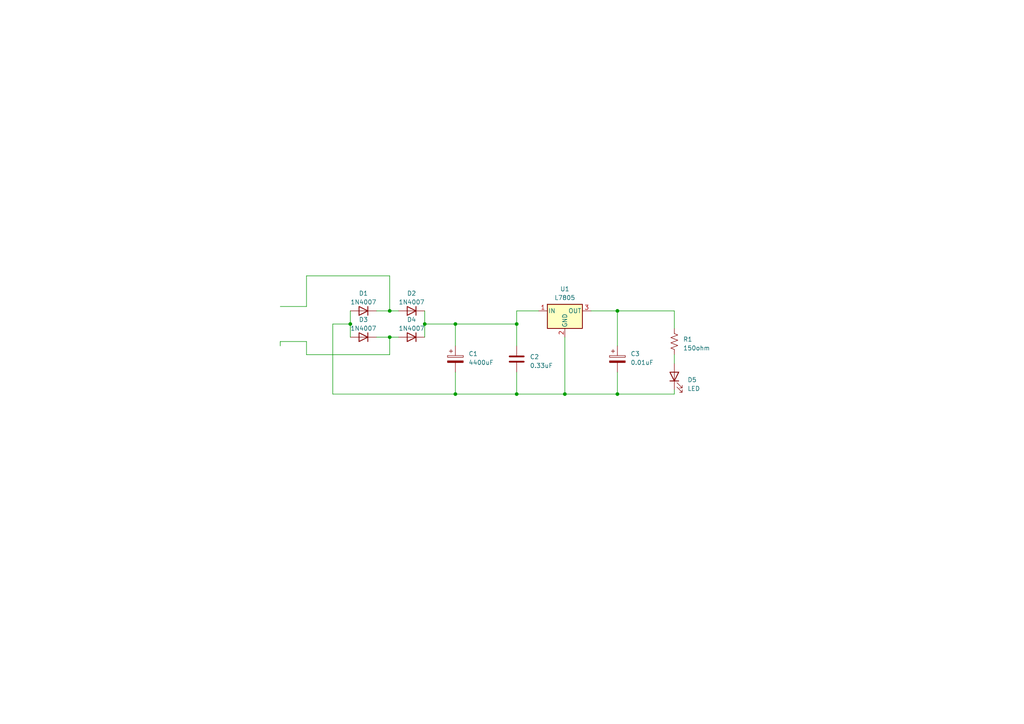
<source format=kicad_sch>
(kicad_sch (version 20231120) (generator "eeschema") (generator_version "8.0")
  (paper "A4")
  (lib_symbols
    (symbol "Device:C" (pin_numbers hide) (pin_names (offset 0.254))
      (property "Reference" "C" (at 0.635 2.54 0))
      (property "Value" "C" (at 0.635 -2.54 0))
      (symbol "C_0_1"
        (polyline (pts (xy -2.032 -0.762) (xy 2.032 -0.762)) (stroke (width 0.508)))
        (polyline (pts (xy -2.032 0.762) (xy 2.032 0.762)) (stroke (width 0.508)))
      )
      (symbol "C_1_1"
        (pin passive line (at 0 3.81 270) (length 2.794) (name "~") (number "1"))
        (pin passive line (at 0 -3.81 90) (length 2.794) (name "~") (number "2"))
      )
    )
    (symbol "Device:C_Polarized" (pin_numbers hide) (pin_names (offset 0.254))
      (property "Reference" "C" (at 0.635 2.54 0))
      (property "Value" "C_Polarized" (at 0.635 -2.54 0))
      (symbol "C_Polarized_0_1"
        (rectangle (start -2.286 0.508) (end 2.286 1.016))
        (polyline (pts (xy -1.778 2.286) (xy -0.762 2.286)))
        (polyline (pts (xy -1.27 2.794) (xy -1.27 1.778)))
        (rectangle (start 2.286 -0.508) (end -2.286 -1.016) (fill (type outline)))
      )
      (symbol "C_Polarized_1_1"
        (pin passive line (at 0 3.81 270) (length 2.794) (name "~") (number "1"))
        (pin passive line (at 0 -3.81 90) (length 2.794) (name "~") (number "2"))
      )
    )
    (symbol "Device:LED" (pin_numbers hide) (pin_names (offset 1.016) hide)
      (property "Reference" "D" (at 0 2.54 0))
      (property "Value" "LED" (at 0 -2.54 0))
      (symbol "LED_0_1"
        (polyline (pts (xy -1.27 -1.27) (xy -1.27 1.27)) (stroke (width 0.254)))
        (polyline (pts (xy -1.27 0) (xy 1.27 0)))
        (polyline (pts (xy 1.27 -1.27) (xy 1.27 1.27) (xy -1.27 0) (xy 1.27 -1.27)) (stroke (width 0.254)))
        (polyline (pts (xy -3.048 -0.762) (xy -4.572 -2.286) (xy -3.81 -2.286) (xy -4.572 -2.286) (xy -4.572 -1.524)))
        (polyline (pts (xy -1.778 -0.762) (xy -3.302 -2.286) (xy -2.54 -2.286) (xy -3.302 -2.286) (xy -3.302 -1.524)))
      )
      (symbol "LED_1_1"
        (pin passive line (at -3.81 0 0) (length 2.54) (name "K") (number "1"))
        (pin passive line (at 3.81 0 180) (length 2.54) (name "A") (number "2"))
      )
    )
    (symbol "Device:R_US" (pin_numbers hide) (pin_names (offset 0))
      (property "Reference" "R" (at 2.54 0 90))
      (property "Value" "R_US" (at -2.54 0 90))
      (symbol "R_US_0_1"
        (polyline (pts (xy 0 -2.286) (xy 0 -2.54)))
        (polyline (pts (xy 0 2.286) (xy 0 2.54)))
        (polyline (pts (xy 0 -0.762) (xy 1.016 -1.143) (xy 0 -1.524) (xy -1.016 -1.905) (xy 0 -2.286)))
        (polyline (pts (xy 0 0.762) (xy 1.016 0.381) (xy 0 0) (xy -1.016 -0.381) (xy 0 -0.762)))
        (polyline (pts (xy 0 2.286) (xy 1.016 1.905) (xy 0 1.524) (xy -1.016 1.143) (xy 0 0.762)))
      )
      (symbol "R_US_1_1"
        (pin passive line (at 0 3.81 270) (length 1.27) (name "~") (number "1"))
        (pin passive line (at 0 -3.81 90) (length 1.27) (name "~") (number "2"))
      )
    )
    (symbol "Diode:1N4007" (pin_numbers hide) (pin_names hide)
      (property "Reference" "D" (at 0 2.54 0))
      (property "Value" "1N4007" (at 0 -2.54 0))
      (symbol "1N4007_0_1"
        (polyline (pts (xy -1.27 1.27) (xy -1.27 -1.27)) (stroke (width 0.254)))
        (polyline (pts (xy 1.27 0) (xy -1.27 0)))
        (polyline (pts (xy 1.27 1.27) (xy 1.27 -1.27) (xy -1.27 0) (xy 1.27 1.27)) (stroke (width 0.254)))
      )
      (symbol "1N4007_1_1"
        (pin passive line (at -3.81 0 0) (length 2.54) (name "K") (number "1"))
        (pin passive line (at 3.81 0 180) (length 2.54) (name "A") (number "2"))
      )
    )
    (symbol "Regulator_Linear:L7805" (pin_names (offset 0.254))
      (property "Reference" "U" (at -3.81 3.175 0))
      (property "Value" "L7805" (at 0 3.175 0))
      (symbol "L7805_0_1"
        (rectangle (start -5.08 1.905) (end 5.08 -5.08) (stroke (width 0.254)) (fill (type background)))
      )
      (symbol "L7805_1_1"
        (pin power_in line (at -7.62 0 0) (length 2.54) (name "IN") (number "1"))
        (pin power_in line (at 0 -7.62 90) (length 2.54) (name "GND") (number "2"))
        (pin power_out line (at 7.62 0 180) (length 2.54) (name "OUT") (number "3"))
      )
    )
  )
  (junction (at 132.08 114.3))
  (junction (at 132.08 93.98))
  (junction (at 149.86 114.3))
  (junction (at 123.19 93.98))
  (junction (at 149.86 93.98))
  (junction (at 163.83 114.3))
  (junction (at 113.03 90.17))
  (junction (at 179.07 90.17))
  (junction (at 101.6 93.98))
  (junction (at 113.03 97.79))
  (junction (at 179.07 114.3))
  (wire (pts (xy 149.86 100.33) (xy 149.86 93.98)))
  (wire (pts (xy 96.52 114.3) (xy 96.52 93.98)))
  (wire (pts (xy 132.08 93.98) (xy 123.19 93.98)))
  (wire (pts (xy 88.9 99.06) (xy 88.9 102.87)))
  (wire (pts (xy 123.19 90.17) (xy 123.19 93.98)))
  (wire (pts (xy 113.03 97.79) (xy 115.57 97.79)))
  (wire (pts (xy 179.07 90.17) (xy 179.07 100.33)))
  (wire (pts (xy 195.58 114.3) (xy 179.07 114.3)))
  (wire (pts (xy 109.22 97.79) (xy 113.03 97.79)))
  (wire (pts (xy 132.08 114.3) (xy 132.08 107.95)))
  (wire (pts (xy 113.03 102.87) (xy 113.03 97.79)))
  (wire (pts (xy 81.28 99.06) (xy 88.9 99.06)))
  (wire (pts (xy 101.6 90.17) (xy 101.6 93.98)))
  (wire (pts (xy 113.03 80.01) (xy 113.03 90.17)))
  (wire (pts (xy 132.08 114.3) (xy 96.52 114.3)))
  (wire (pts (xy 113.03 90.17) (xy 115.57 90.17)))
  (wire (pts (xy 179.07 90.17) (xy 195.58 90.17)))
  (wire (pts (xy 109.22 90.17) (xy 113.03 90.17)))
  (wire (pts (xy 101.6 93.98) (xy 101.6 97.79)))
  (wire (pts (xy 179.07 107.95) (xy 179.07 114.3)))
  (wire (pts (xy 123.19 93.98) (xy 123.19 97.79)))
  (wire (pts (xy 179.07 114.3) (xy 163.83 114.3)))
  (wire (pts (xy 149.86 114.3) (xy 163.83 114.3)))
  (wire (pts (xy 81.28 88.9) (xy 88.9 88.9)))
  (wire (pts (xy 96.52 93.98) (xy 101.6 93.98)))
  (wire (pts (xy 171.45 90.17) (xy 179.07 90.17)))
  (wire (pts (xy 149.86 107.95) (xy 149.86 114.3)))
  (wire (pts (xy 88.9 88.9) (xy 88.9 80.01)))
  (wire (pts (xy 88.9 102.87) (xy 113.03 102.87)))
  (wire (pts (xy 195.58 90.17) (xy 195.58 95.25)))
  (wire (pts (xy 195.58 102.87) (xy 195.58 105.41)))
  (wire (pts (xy 81.28 99.06) (xy 81.28 100.33)))
  (wire (pts (xy 156.21 90.17) (xy 149.86 90.17)))
  (wire (pts (xy 149.86 90.17) (xy 149.86 93.98)))
  (wire (pts (xy 132.08 114.3) (xy 149.86 114.3)))
  (wire (pts (xy 163.83 97.79) (xy 163.83 114.3)))
  (wire (pts (xy 88.9 80.01) (xy 113.03 80.01)))
  (wire (pts (xy 132.08 93.98) (xy 149.86 93.98)))
  (wire (pts (xy 132.08 100.33) (xy 132.08 93.98)))
  (wire (pts (xy 195.58 113.03) (xy 195.58 114.3)))
  (symbol (lib_id "Device:C_Polarized") (at 179.07 104.14 0) (unit 1)
    (property "Reference" "C3" (at 182.88 102.616 0) (effects (justify left)))
    (property "Value" "0.01uF" (at 182.88 105.156 0) (effects (justify left)))
    (property "Footprint" "Capacitor_THT:C_Disc_D7.5mm_W2.5mm_P5.00mm" (effects (hide yes)))
  )
  (symbol (lib_id "Device:LED") (at 195.58 109.22 90) (unit 1)
    (property "Reference" "D5" (at 199.39 110.1725 90) (effects (justify right)))
    (property "Value" "LED" (at 199.39 112.7125 90) (effects (justify right)))
    (property "Footprint" "LED_THT:LED_D5.0mm" (effects (hide yes)))
  )
  (symbol (lib_id "Diode:1N4007") (at 105.41 97.79 180) (unit 1)
    (property "Reference" "D3" (at 105.41 92.71 0))
    (property "Value" "1N4007" (at 105.41 95.25 0))
    (property "Footprint" "Diode_THT:D_DO-41_SOD81_P10.16mm_Horizontal" (effects (hide yes)))
    (property "Datasheet" "http://www.vishay.com/docs/88503/1n4001.pdf" (effects (hide yes)))
    (property "Sim.Device" "D" (effects (hide yes)))
    (property "Sim.Pins" "1=K 2=A" (effects (hide yes)))
  )
  (symbol (lib_id "Device:C_Polarized") (at 132.08 104.14 0) (unit 1)
    (property "Reference" "C1" (at 135.89 102.616 0) (effects (justify left)))
    (property "Value" "4400uF" (at 135.89 105.156 0) (effects (justify left)))
    (property "Footprint" "Capacitor_THT:C_Radial_D16.0mm_H25.0mm_P7.50mm" (effects (hide yes)))
  )
  (symbol (lib_id "Diode:1N4007") (at 119.38 90.17 180) (unit 1)
    (property "Reference" "D2" (at 119.38 85.09 0))
    (property "Value" "1N4007" (at 119.38 87.63 0))
    (property "Footprint" "Diode_THT:D_DO-41_SOD81_P10.16mm_Horizontal" (effects (hide yes)))
    (property "Datasheet" "http://www.vishay.com/docs/88503/1n4001.pdf" (effects (hide yes)))
    (property "Sim.Device" "D" (effects (hide yes)))
    (property "Sim.Pins" "1=K 2=A" (effects (hide yes)))
  )
  (symbol (lib_id "Device:R_US") (at 195.58 99.06 0) (unit 1)
    (property "Reference" "R1" (at 198.12 98.425 0) (effects (justify left)))
    (property "Value" "150ohm" (at 198.12 100.965 0) (effects (justify left)))
    (property "Footprint" "Resistor_THT:R_Axial_DIN0207_L6.3mm_D2.5mm_P10.16mm_Horizontal" (effects (hide yes)))
  )
  (symbol (lib_id "Diode:1N4007") (at 119.38 97.79 180) (unit 1)
    (property "Reference" "D4" (at 119.38 92.71 0))
    (property "Value" "1N4007" (at 119.38 95.25 0))
    (property "Footprint" "Diode_THT:D_DO-41_SOD81_P10.16mm_Horizontal" (effects (hide yes)))
    (property "Datasheet" "http://www.vishay.com/docs/88503/1n4001.pdf" (effects (hide yes)))
    (property "Sim.Device" "D" (effects (hide yes)))
    (property "Sim.Pins" "1=K 2=A" (effects (hide yes)))
  )
  (symbol (lib_id "Device:C") (at 149.86 104.14 0) (unit 1)
    (property "Reference" "C2" (at 153.67 103.505 0) (effects (justify left)))
    (property "Value" "0.33uF" (at 153.67 106.045 0) (effects (justify left)))
    (property "Footprint" "Capacitor_THT:CP_Radial_D8.0mm_P5.00mm" (effects (hide yes)))
  )
  (symbol (lib_id "Diode:1N4007") (at 105.41 90.17 180) (unit 1)
    (property "Reference" "D1" (at 105.41 85.09 0))
    (property "Value" "1N4007" (at 105.41 87.63 0))
    (property "Footprint" "Diode_THT:D_DO-41_SOD81_P10.16mm_Horizontal" (effects (hide yes)))
    (property "Datasheet" "http://www.vishay.com/docs/88503/1n4001.pdf" (effects (hide yes)))
    (property "Sim.Device" "D" (effects (hide yes)))
    (property "Sim.Pins" "1=K 2=A" (effects (hide yes)))
  )
  (symbol (lib_id "Regulator_Linear:L7805") (at 163.83 90.17 0) (unit 1)
    (property "Reference" "U1" (at 163.83 83.82 0))
    (property "Value" "L7805" (at 163.83 86.36 0))
    (property "Footprint" "Package_TO_SOT_THT:TO-220-3_Vertical" (effects (hide yes)))
    (property "Datasheet" "http://www.st.com/content/ccc/resource/technical/document/datasheet/41/4f/b3/b0/12/d4/47/88/CD00000444.pdf/files/CD00000444.pdf/jcr:content/translations/en.CD00000444.pdf" (effects (hide yes)))
  )
)
</source>
